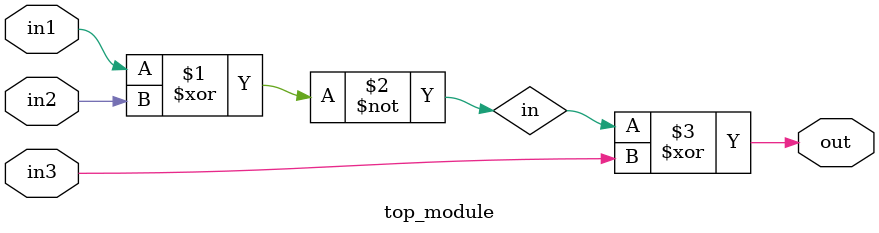
<source format=v>
module top_module (
    input in1,
    input in2,
    input in3,
    output out);
    wire in;
    assign in=~(in1^in2);
    assign out=in^in3;
endmodule

</source>
